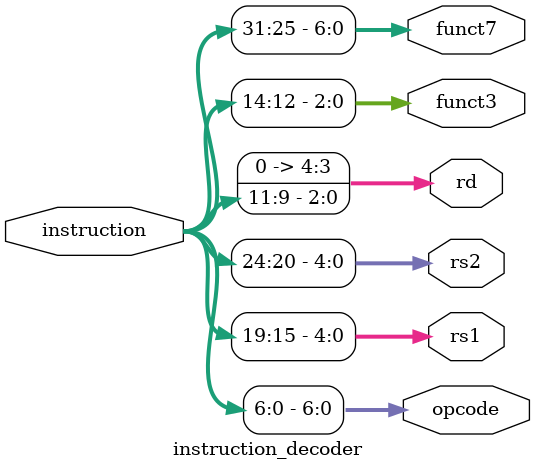
<source format=sv>
module instruction_decoder #(
    
) (
    input logic[31:0] instruction,
    output logic[6:0] opcode,
    output logic[4:0] rs1,
    output logic[4:0] rs2,
    output logic[4:0] rd,
    output logic[2:0] funct3,
    output logic[6:0] funct7,
);

    // Parse instruction
    assign opcode = instruction[6:0];
    assign rs1 = instruction[19:15];
    assign rs2 = instruction[24:20];
    assign rd = instruction[11:9];
    assign funct7 = instruction[31:25];
    assign funct3 = instruction[14:12];
endmodule
</source>
